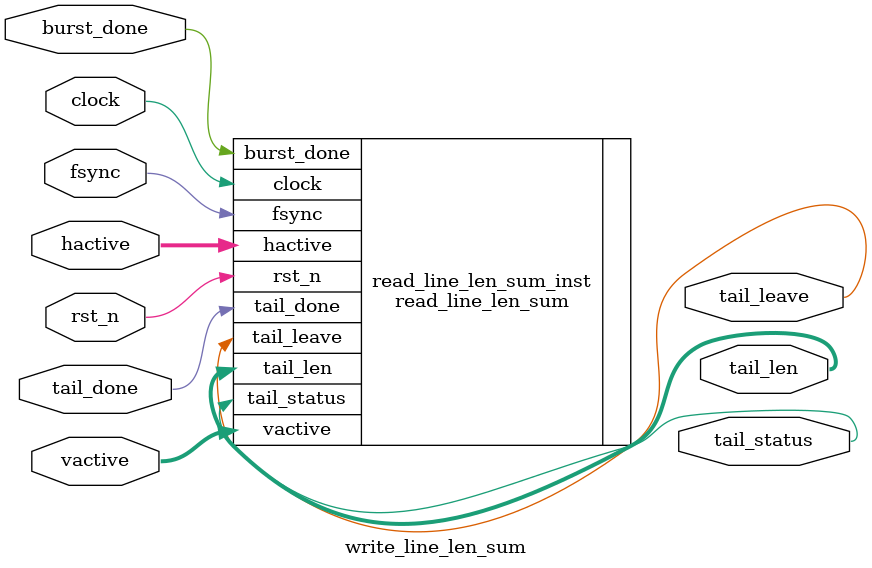
<source format=v>
/**********************************************
______________                ______________
______________ \  /\  /|\  /| ______________
______________  \/  \/ | \/ | ______________
descript:
author : Young
Version: VERA.0.0
creaded: 2016/8/25 下午1:51:37
madified:
***********************************************/
`timescale 1ns/1ps
module write_line_len_sum #(
    parameter NOR_BURST_LEN     = 200,
    parameter MODE      = "ONCE",   //ONCE LINE
    parameter AXI_DSIZE = 256,
    parameter DSIZE     = 24,
    parameter LSIZE     = 9
)(
    input               clock                   ,
    input               rst_n                   ,
    input [15:0]        vactive                 ,
    input [15:0]        hactive                 ,
    input               fsync                   ,
    input               burst_done               ,
    input               tail_done                ,
    output              tail_status             ,
    output[LSIZE-1:0]   tail_len                ,
    output              tail_leave
);

read_line_len_sum #(
    .NOR_BURST_LEN    (NOR_BURST_LEN),
    .MODE             (MODE         ),   //ONCE LINE
    .AXI_DSIZE        (AXI_DSIZE    ),
    .DSIZE            (DSIZE        ),
    .LSIZE            (LSIZE        )
)read_line_len_sum_inst(
/*  input             */ .clock                 (clock         ),
/*  input             */ .rst_n                 (rst_n         ),
/*  input [15:0]      */ .vactive               (vactive       ),
/*  input [15:0]      */ .hactive               (hactive       ),
/*  input             */ .fsync                 (fsync         ),
/*  input             */ .burst_done            (burst_done    ),
/*  input             */ .tail_done             (tail_done     ),
/*  output            */ .tail_status           (tail_status   ),
/*  output[LSIZE-1:0] */ .tail_len              (tail_len      ),
/*  output            */ .tail_leave            (tail_leave    )
);

endmodule

</source>
